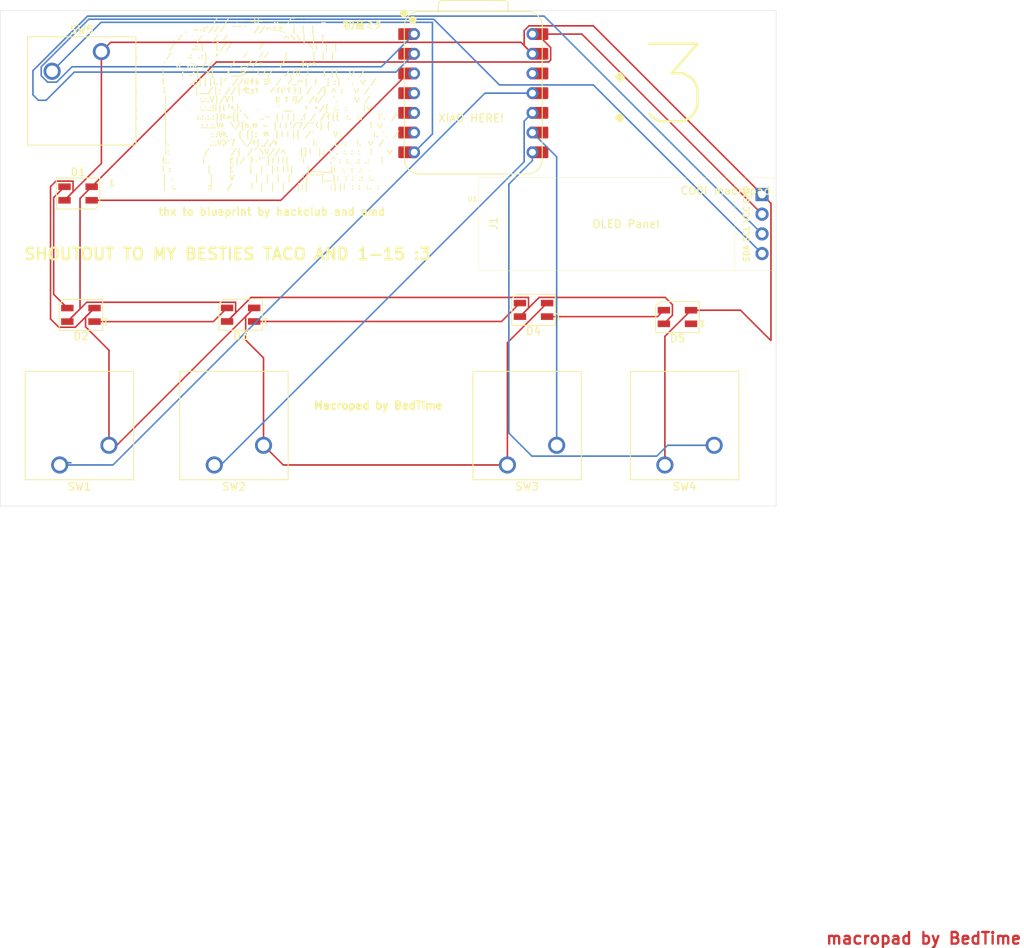
<source format=kicad_pcb>
(kicad_pcb (version 20241229) (generator "pcbnew") (generator_version "9.0")
  (layers (0 "F.Cu" signal) (2 "B.Cu" signal) (13 "F.Paste" user) (15 "B.Paste" user) (5 "F.SilkS" user "F.Silkscreen") (7 "B.SilkS" user "B.Silkscreen") (1 "F.Mask" user) (3 "B.Mask" user) (25 "Edge.Cuts" user))
  (net 0 "")
  (net 1 "GND")
  (net 2 "+5V")
  (net 3 "Net-(D1-DIN)")
  (net 4 "Net-(D1-DOUT)")
  (net 5 "Net-(D2-DOUT)")
  (net 6 "Net-(U1-GPIO3{slash}MOSI)")
  (net 7 "Net-(U1-GPIO4{slash}MISO)")
  (net 8 "Net-(U1-GPIO2{slash}SCK)")
  (net 9 "Net-(U1-GPIO1{slash}RX)")
  (net 10 "Net-(U1-GPIO0{slash}TX)")
  (net 16 "Net-(D3-DOUT)")
  (net 17 "Net-(D4-DOUT)")
  (net 18 "Net-(J1-Pin_4)")
  (net 19 "Net-(J1-Pin_3)")
  (footprint "Button_Switch_Keyboard:SW_Cherry_MX_1.00u_PCB" (layer "F.Cu") (at 89.38 128.08 180)
    (property "Reference" "SW1" (at -2.54 -2.794 0) (layer "F.SilkS"))
    (property "Value" "SW_Push")
    (fp_line (start 4.445 12.065) (end -9.525 12.065) (stroke (width 0.12)) (layer "F.SilkS"))
    (fp_line (start 4.445 -1.905) (end 4.445 12.065) (stroke (width 0.12)) (layer "F.SilkS"))
    (fp_line (start -9.525 12.065) (end -9.525 -1.905) (stroke (width 0.12)) (layer "F.SilkS"))
    (fp_line (start -9.525 -1.905) (end 4.445 -1.905) (stroke (width 0.12)) (layer "F.SilkS"))
    (pad "" np_thru_hole circle (at -7.62 5.08 180) (size 1.7 1.7) (drill 1.7) (layers "*.Cu" "*.Mask"))
    (pad "" np_thru_hole circle (at -2.54 5.08 180) (size 4 4) (drill 4) (layers "*.Cu" "*.Mask"))
    (pad "" np_thru_hole circle (at 2.54 5.08 180) (size 1.7 1.7) (drill 1.7) (layers "*.Cu" "*.Mask"))
    (pad "1" thru_hole circle (at 0 0 180) (size 2.2 2.2) (drill 1.5) (layers "*.Cu" "*.Mask") (net 6 "Net-(U1-GPIO3{slash}MOSI)"))
    (pad "2" thru_hole circle (at -6.35 2.54 180) (size 2.2 2.2) (drill 1.5) (layers "*.Cu" "*.Mask") (net 1 "GND"))
  )
  (footprint "Button_Switch_Keyboard:SW_Cherry_MX_1.00u_PCB" (layer "F.Cu") (at 109.3 128.08 180)
    (property "Reference" "SW2" (at -2.54 -2.794 0) (layer "F.SilkS"))
    (property "Value" "SW_Push")
    (fp_line (start 4.445 12.065) (end -9.525 12.065) (stroke (width 0.12)) (layer "F.SilkS"))
    (fp_line (start 4.445 -1.905) (end 4.445 12.065) (stroke (width 0.12)) (layer "F.SilkS"))
    (fp_line (start -9.525 12.065) (end -9.525 -1.905) (stroke (width 0.12)) (layer "F.SilkS"))
    (fp_line (start -9.525 -1.905) (end 4.445 -1.905) (stroke (width 0.12)) (layer "F.SilkS"))
    (pad "" np_thru_hole circle (at -7.62 5.08 180) (size 1.7 1.7) (drill 1.7) (layers "*.Cu" "*.Mask"))
    (pad "" np_thru_hole circle (at -2.54 5.08 180) (size 4 4) (drill 4) (layers "*.Cu" "*.Mask"))
    (pad "" np_thru_hole circle (at 2.54 5.08 180) (size 1.7 1.7) (drill 1.7) (layers "*.Cu" "*.Mask"))
    (pad "1" thru_hole circle (at 0 0 180) (size 2.2 2.2) (drill 1.5) (layers "*.Cu" "*.Mask") (net 7 "Net-(U1-GPIO4{slash}MISO)"))
    (pad "2" thru_hole circle (at -6.35 2.54 180) (size 2.2 2.2) (drill 1.5) (layers "*.Cu" "*.Mask") (net 1 "GND"))
  )
  (footprint "display:SSD1306-0.91-OLED-4pin-128x32" (layer "F.Cu") (at 143.4 91.01)
    (property "Reference" "J1" (at 1.9 5.91 90) (layer "F.SilkS"))
    (property "Value" "Conn_01x04")
    (fp_line (start 0 0) (end 0 12) (stroke (width 0.04)) (layer "F.SilkS"))
    (fp_line (start 0 12) (end 38 12) (stroke (width 0.04)) (layer "F.SilkS"))
    (fp_line (start 3.5 0) (end 3.5 12) (stroke (width 0.04)) (layer "F.SilkS"))
    (fp_line (start 33 0) (end 33 12) (stroke (width 0.04)) (layer "F.SilkS"))
    (fp_line (start 38 0) (end 0 0) (stroke (width 0.04)) (layer "F.SilkS"))
    (fp_line (start 38 12) (end 38 0) (stroke (width 0.04)) (layer "F.SilkS"))
    (fp_text user "OLED Panel" (at 19 6 0) (layer "F.SilkS"))
    (fp_text user "VCC" (at 34.5 4.73 90) (layer "F.SilkS") (effects (font (size 0.75 0.75))))
    (fp_text user "SDA" (at 34.5 9.81 90) (layer "F.SilkS") (effects (font (size 0.75 0.75))))
    (fp_text user "SCL" (at 34.5 7.27 90) (layer "F.SilkS") (effects (font (size 0.75 0.75))))
    (fp_text user "GND" (at 34.5 2.19 90) (layer "F.SilkS") (effects (font (size 0.75 0.75))))
    (pad "1" thru_hole rect (at 36.5 2.19) (size 1.7 1.7) (drill 1) (layers "*.Cu" "*.Mask") (net 1 "GND"))
    (pad "2" thru_hole oval (at 36.5 4.73) (size 1.7 1.7) (drill 1) (layers "*.Cu" "*.Mask") (net 2 "+5V"))
    (pad "3" thru_hole oval (at 36.5 7.27) (size 1.7 1.7) (drill 1) (layers "*.Cu" "*.Mask") (net 19 "Net-(J1-Pin_3)"))
    (pad "4" thru_hole oval (at 36.5 9.81) (size 1.7 1.7) (drill 1) (layers "*.Cu" "*.Mask") (net 18 "Net-(J1-Pin_4)"))
  )
  (footprint "LED_SMD:LED_SK6812MINI_PLCC4_3.5x3.5mm_P1.75mm" (layer "F.Cu") (at 92.1175 108.71875 180)
    (property "Reference" "D2" (at 0 -2.75 0) (layer "F.SilkS"))
    (property "Value" "SK6812MINI")
    (fp_line (start 2.8 1.4) (end 2.8 -2) (stroke (width 0.12)) (layer "F.SilkS"))
    (fp_line (start 2.8 1.4) (end 2.2 2) (stroke (width 0.12)) (layer "F.SilkS"))
    (fp_line (start -2.8 2) (end 2.2 2) (stroke (width 0.12)) (layer "F.SilkS"))
    (fp_line (start -2.8 -2) (end 2.8 -2) (stroke (width 0.12)) (layer "F.SilkS"))
    (fp_line (start -2.8 -2) (end -2.8 2) (stroke (width 0.12)) (layer "F.SilkS"))
    (fp_text user "1" (at -3.2 -0.875 180) (layer "F.SilkS") (effects (font (size 0.8 0.8))))
    (pad "1" smd rect (at -1.75 -0.875 180) (size 1.6 0.85) (layers "F.Cu" "F.Mask" "F.Paste") (net 5 "Net-(D2-DOUT)"))
    (pad "2" smd rect (at -1.75 0.875 180) (size 1.6 0.85) (layers "F.Cu" "F.Mask" "F.Paste") (net 1 "GND"))
    (pad "3" smd rect (at 1.75 0.875 180) (size 1.6 0.85) (layers "F.Cu" "F.Mask" "F.Paste") (net 4 "Net-(D1-DOUT)"))
    (pad "4" smd rect (at 1.75 -0.875 180) (size 1.6 0.85) (layers "F.Cu" "F.Mask" "F.Paste") (net 2 "+5V"))
  )
  (footprint "LED_SMD:LED_SK6812MINI_PLCC4_3.5x3.5mm_P1.75mm" (layer "F.Cu") (at 112.7 108.7 180)
    (property "Reference" "D3" (at 0 -2.75 0) (layer "F.SilkS"))
    (property "Value" "SK6812MINI")
    (fp_line (start 2.8 1.4) (end 2.8 -2) (stroke (width 0.12)) (layer "F.SilkS"))
    (fp_line (start 2.8 1.4) (end 2.2 2) (stroke (width 0.12)) (layer "F.SilkS"))
    (fp_line (start -2.8 2) (end 2.2 2) (stroke (width 0.12)) (layer "F.SilkS"))
    (fp_line (start -2.8 -2) (end 2.8 -2) (stroke (width 0.12)) (layer "F.SilkS"))
    (fp_line (start -2.8 -2) (end -2.8 2) (stroke (width 0.12)) (layer "F.SilkS"))
    (fp_text user "1" (at -3.2 -0.875 180) (layer "F.SilkS") (effects (font (size 0.8 0.8))))
    (pad "1" smd rect (at -1.75 -0.875 180) (size 1.6 0.85) (layers "F.Cu" "F.Mask" "F.Paste") (net 16 "Net-(D3-DOUT)"))
    (pad "2" smd rect (at -1.75 0.875 180) (size 1.6 0.85) (layers "F.Cu" "F.Mask" "F.Paste") (net 1 "GND"))
    (pad "3" smd rect (at 1.75 0.875 180) (size 1.6 0.85) (layers "F.Cu" "F.Mask" "F.Paste") (net 5 "Net-(D2-DOUT)"))
    (pad "4" smd rect (at 1.75 -0.875 180) (size 1.6 0.85) (layers "F.Cu" "F.Mask" "F.Paste") (net 2 "+5V"))
  )
  (footprint "LED_SMD:LED_SK6812MINI_PLCC4_3.5x3.5mm_P1.75mm" (layer "F.Cu") (at 169 109 180)
    (property "Reference" "D5" (at 0 -2.75 0) (layer "F.SilkS"))
    (property "Value" "SK6812MINI")
    (fp_line (start 2.8 1.4) (end 2.8 -2) (stroke (width 0.12)) (layer "F.SilkS"))
    (fp_line (start 2.8 1.4) (end 2.2 2) (stroke (width 0.12)) (layer "F.SilkS"))
    (fp_line (start -2.8 2) (end 2.2 2) (stroke (width 0.12)) (layer "F.SilkS"))
    (fp_line (start -2.8 -2) (end 2.8 -2) (stroke (width 0.12)) (layer "F.SilkS"))
    (fp_line (start -2.8 -2) (end -2.8 2) (stroke (width 0.12)) (layer "F.SilkS"))
    (fp_text user "1" (at -3.2 -0.875 180) (layer "F.SilkS") (effects (font (size 0.8 0.8))))
    (pad "1" smd rect (at -1.75 -0.875 180) (size 1.6 0.85) (layers "F.Cu" "F.Mask" "F.Paste"))
    (pad "2" smd rect (at -1.75 0.875 180) (size 1.6 0.85) (layers "F.Cu" "F.Mask" "F.Paste") (net 1 "GND"))
    (pad "3" smd rect (at 1.75 0.875 180) (size 1.6 0.85) (layers "F.Cu" "F.Mask" "F.Paste") (net 17 "Net-(D4-DOUT)"))
    (pad "4" smd rect (at 1.75 -0.875 180) (size 1.6 0.85) (layers "F.Cu" "F.Mask" "F.Paste") (net 2 "+5V"))
  )
  (footprint "Button_Switch_Keyboard:SW_Cherry_MX_1.00u_PCB" (layer "F.Cu") (at 147.08 128.08 180)
    (property "Reference" "SW3" (at -2.54 -2.794 0) (layer "F.SilkS"))
    (property "Value" "SW_Push")
    (fp_line (start 4.445 12.065) (end -9.525 12.065) (stroke (width 0.12)) (layer "F.SilkS"))
    (fp_line (start 4.445 -1.905) (end 4.445 12.065) (stroke (width 0.12)) (layer "F.SilkS"))
    (fp_line (start -9.525 12.065) (end -9.525 -1.905) (stroke (width 0.12)) (layer "F.SilkS"))
    (fp_line (start -9.525 -1.905) (end 4.445 -1.905) (stroke (width 0.12)) (layer "F.SilkS"))
    (pad "" np_thru_hole circle (at -7.62 5.08 180) (size 1.7 1.7) (drill 1.7) (layers "*.Cu" "*.Mask"))
    (pad "" np_thru_hole circle (at -2.54 5.08 180) (size 4 4) (drill 4) (layers "*.Cu" "*.Mask"))
    (pad "" np_thru_hole circle (at 2.54 5.08 180) (size 1.7 1.7) (drill 1.7) (layers "*.Cu" "*.Mask"))
    (pad "1" thru_hole circle (at 0 0 180) (size 2.2 2.2) (drill 1.5) (layers "*.Cu" "*.Mask") (net 1 "GND"))
    (pad "2" thru_hole circle (at -6.35 2.54 180) (size 2.2 2.2) (drill 1.5) (layers "*.Cu" "*.Mask") (net 8 "Net-(U1-GPIO2{slash}SCK)"))
  )
  (footprint "LED_SMD:LED_SK6812MINI_PLCC4_3.5x3.5mm_P1.75mm" (layer "F.Cu") (at 150.45 108.075 180)
    (property "Reference" "D4" (at 0 -2.75 0) (layer "F.SilkS"))
    (property "Value" "SK6812MINI")
    (fp_line (start 2.8 1.4) (end 2.8 -2) (stroke (width 0.12)) (layer "F.SilkS"))
    (fp_line (start 2.8 1.4) (end 2.2 2) (stroke (width 0.12)) (layer "F.SilkS"))
    (fp_line (start -2.8 2) (end 2.2 2) (stroke (width 0.12)) (layer "F.SilkS"))
    (fp_line (start -2.8 -2) (end 2.8 -2) (stroke (width 0.12)) (layer "F.SilkS"))
    (fp_line (start -2.8 -2) (end -2.8 2) (stroke (width 0.12)) (layer "F.SilkS"))
    (fp_text user "1" (at -3.2 -0.875 180) (layer "F.SilkS") (effects (font (size 0.8 0.8))))
    (pad "1" smd rect (at -1.75 -0.875 180) (size 1.6 0.85) (layers "F.Cu" "F.Mask" "F.Paste") (net 17 "Net-(D4-DOUT)"))
    (pad "2" smd rect (at -1.75 0.875 180) (size 1.6 0.85) (layers "F.Cu" "F.Mask" "F.Paste") (net 1 "GND"))
    (pad "3" smd rect (at 1.75 0.875 180) (size 1.6 0.85) (layers "F.Cu" "F.Mask" "F.Paste") (net 16 "Net-(D3-DOUT)"))
    (pad "4" smd rect (at 1.75 -0.875 180) (size 1.6 0.85) (layers "F.Cu" "F.Mask" "F.Paste") (net 2 "+5V"))
  )
  (footprint "OPL:XIAO-RP2040-DIP" (layer "F.Cu") (at 142.685 80.135)
    (property "Reference" "U1" (at -0.125 13.65 0) (layer "F.SilkS") (effects (font (size 0.635 0.635) (thickness 0.1016))))
    (property "Value" "XIAO-RP2040-DIP")
    (fp_line (start -8.89 8.509) (end -8.89 -8.636) (stroke (width 0.127)) (layer "F.SilkS"))
    (fp_line (start -6.985 10.414) (end 6.985 10.414) (stroke (width 0.127)) (layer "F.SilkS"))
    (fp_line (start -4.495 -10.541) (end -4.491272 -11.451272) (stroke (width 0.127)) (layer "F.SilkS"))
    (fp_line (start -3.991272 -11.951) (end 4.004 -11.951) (stroke (width 0.127)) (layer "F.SilkS"))
    (fp_line (start 4.504 -11.451) (end 4.504 -10.541) (stroke (width 0.127)) (layer "F.SilkS"))
    (fp_line (start 6.985 -10.541) (end -6.985 -10.541) (stroke (width 0.1)) (layer "F.SilkS"))
    (fp_line (start 6.985 -10.541) (end -6.985 -10.541) (stroke (width 0.127)) (layer "F.SilkS"))
    (fp_line (start 8.89 8.509) (end 8.89 -8.636) (stroke (width 0.127)) (layer "F.SilkS"))
    (fp_arc (start -8.89 -8.636) (mid -8.332038 -9.983038) (end -6.985 -10.541) (stroke (width 0.127)) (layer "F.SilkS"))
    (fp_arc (start -6.985 10.414) (mid -8.332038 9.856038) (end -8.89 8.509) (stroke (width 0.127)) (layer "F.SilkS"))
    (fp_arc (start -4.491272 -11.451272) (mid -4.344728 -11.80464) (end -3.991272 -11.951) (stroke (width 0.127)) (layer "F.SilkS"))
    (fp_arc (start 4.004 -11.951) (mid 4.357553 -11.804553) (end 4.504 -11.451) (stroke (width 0.127)) (layer "F.SilkS"))
    (fp_arc (start 6.985 -10.541) (mid 8.332038 -9.983038) (end 8.89 -8.636) (stroke (width 0.127)) (layer "F.SilkS"))
    (fp_arc (start 8.89 8.509) (mid 8.332038 9.856038) (end 6.985 10.414) (stroke (width 0.127)) (layer "F.SilkS"))
    (fp_circle (center -8.95 -10.3) (end -8.95 -10.554) (stroke (width 0.5)) (fill yes) (layer "F.SilkS"))
    (fp_circle (center -7.807 -9.42) (end -7.807 -9.674) (stroke (width 0.5)) (fill yes) (layer "F.SilkS"))
    (pad "1" smd roundrect (at -8.455 -7.62 180) (size 2.432 1.524) (layers "F.Cu" "F.Mask") (roundrect_rratio 0.1) (net 18 "Net-(J1-Pin_4)"))
    (pad "1" thru_hole circle (at -7.62 -7.62 180) (size 1.524 1.524) (drill 0.889) (layers "*.Cu" "*.Mask") (net 18 "Net-(J1-Pin_4)"))
    (pad "2" smd roundrect (at -8.455 -5.08 180) (size 2.432 1.524) (layers "F.Cu" "F.Mask") (roundrect_rratio 0.1) (net 19 "Net-(J1-Pin_3)"))
    (pad "2" thru_hole circle (at -7.62 -5.08 180) (size 1.524 1.524) (drill 0.889) (layers "*.Cu" "*.Mask") (net 19 "Net-(J1-Pin_3)"))
    (pad "3" smd roundrect (at -8.455 -2.54 180) (size 2.432 1.524) (layers "F.Cu" "F.Mask") (roundrect_rratio 0.1) (net 3 "Net-(D1-DIN)"))
    (pad "3" thru_hole circle (at -7.62 -2.54 180) (size 1.524 1.524) (drill 0.889) (layers "*.Cu" "*.Mask") (net 3 "Net-(D1-DIN)"))
    (pad "4" smd roundrect (at -8.455 0 180) (size 2.432 1.524) (layers "F.Cu" "F.Mask") (roundrect_rratio 0.1))
    (pad "4" thru_hole circle (at -7.62 0 180) (size 1.524 1.524) (drill 0.889) (layers "*.Cu" "*.Mask"))
    (pad "5" smd roundrect (at -8.455 2.54 180) (size 2.432 1.524) (layers "F.Cu" "F.Mask") (roundrect_rratio 0.1))
    (pad "5" thru_hole circle (at -7.62 2.54 180) (size 1.524 1.524) (drill 0.889) (layers "*.Cu" "*.Mask"))
    (pad "6" smd roundrect (at -8.455 5.08 180) (size 2.432 1.524) (layers "F.Cu" "F.Mask") (roundrect_rratio 0.1))
    (pad "6" thru_hole circle (at -7.62 5.08 180) (size 1.524 1.524) (drill 0.889) (layers "*.Cu" "*.Mask"))
    (pad "7" smd roundrect (at -8.455 7.62 180) (size 2.432 1.524) (layers "F.Cu" "F.Mask") (roundrect_rratio 0.1) (net 10 "Net-(U1-GPIO0{slash}TX)"))
    (pad "7" thru_hole circle (at -7.62 7.62 180) (size 1.524 1.524) (drill 0.889) (layers "*.Cu" "*.Mask") (net 10 "Net-(U1-GPIO0{slash}TX)"))
    (pad "8" thru_hole circle (at 7.62 7.62) (size 1.524 1.524) (drill 0.889) (layers "*.Cu" "*.Mask") (net 9 "Net-(U1-GPIO1{slash}RX)"))
    (pad "8" smd roundrect (at 8.455 7.62) (size 2.432 1.524) (layers "F.Cu" "F.Mask") (roundrect_rratio 0.1) (net 9 "Net-(U1-GPIO1{slash}RX)"))
    (pad "9" thru_hole circle (at 7.62 5.08) (size 1.524 1.524) (drill 0.889) (layers "*.Cu" "*.Mask") (net 8 "Net-(U1-GPIO2{slash}SCK)"))
    (pad "9" smd roundrect (at 8.455 5.08) (size 2.432 1.524) (layers "F.Cu" "F.Mask") (roundrect_rratio 0.1) (net 8 "Net-(U1-GPIO2{slash}SCK)"))
    (pad "10" thru_hole circle (at 7.62 2.54) (size 1.524 1.524) (drill 0.889) (layers "*.Cu" "*.Mask") (net 7 "Net-(U1-GPIO4{slash}MISO)"))
    (pad "10" smd roundrect (at 8.455 2.54) (size 2.432 1.524) (layers "F.Cu" "F.Mask") (roundrect_rratio 0.1) (net 7 "Net-(U1-GPIO4{slash}MISO)"))
    (pad "11" thru_hole circle (at 7.62 0) (size 1.524 1.524) (drill 0.889) (layers "*.Cu" "*.Mask") (net 6 "Net-(U1-GPIO3{slash}MOSI)"))
    (pad "11" smd roundrect (at 8.455 0) (size 2.432 1.524) (layers "F.Cu" "F.Mask") (roundrect_rratio 0.1) (net 6 "Net-(U1-GPIO3{slash}MOSI)"))
    (pad "12" thru_hole circle (at 7.62 -2.54) (size 1.524 1.524) (drill 0.889) (layers "*.Cu" "*.Mask"))
    (pad "12" smd roundrect (at 8.455 -2.54) (size 2.432 1.524) (layers "F.Cu" "F.Mask") (roundrect_rratio 0.1))
    (pad "13" thru_hole circle (at 7.62 -5.08) (size 1.524 1.524) (drill 0.889) (layers "*.Cu" "*.Mask") (net 1 "GND"))
    (pad "13" smd roundrect (at 8.455 -5.08) (size 2.432 1.524) (layers "F.Cu" "F.Mask") (roundrect_rratio 0.1) (net 1 "GND"))
    (pad "14" thru_hole circle (at 7.62 -7.62) (size 1.524 1.524) (drill 0.889) (layers "*.Cu" "*.Mask") (net 2 "+5V"))
    (pad "14" smd roundrect (at 8.455 -7.62) (size 2.432 1.524) (layers "F.Cu" "F.Mask") (roundrect_rratio 0.1) (net 2 "+5V"))
  )
  (footprint "Button_Switch_Keyboard:SW_Cherry_MX_1.00u_PCB" (layer "F.Cu") (at 167.38 128.08 180)
    (property "Reference" "SW4" (at -2.54 -2.794 0) (layer "F.SilkS"))
    (property "Value" "SW_Push")
    (fp_line (start 4.445 12.065) (end -9.525 12.065) (stroke (width 0.12)) (layer "F.SilkS"))
    (fp_line (start 4.445 -1.905) (end 4.445 12.065) (stroke (width 0.12)) (layer "F.SilkS"))
    (fp_line (start -9.525 12.065) (end -9.525 -1.905) (stroke (width 0.12)) (layer "F.SilkS"))
    (fp_line (start -9.525 -1.905) (end 4.445 -1.905) (stroke (width 0.12)) (layer "F.SilkS"))
    (pad "" np_thru_hole circle (at -7.62 5.08 180) (size 1.7 1.7) (drill 1.7) (layers "*.Cu" "*.Mask"))
    (pad "" np_thru_hole circle (at -2.54 5.08 180) (size 4 4) (drill 4) (layers "*.Cu" "*.Mask"))
    (pad "" np_thru_hole circle (at 2.54 5.08 180) (size 1.7 1.7) (drill 1.7) (layers "*.Cu" "*.Mask"))
    (pad "1" thru_hole circle (at 0 0 180) (size 2.2 2.2) (drill 1.5) (layers "*.Cu" "*.Mask") (net 1 "GND"))
    (pad "2" thru_hole circle (at -6.35 2.54 180) (size 2.2 2.2) (drill 1.5) (layers "*.Cu" "*.Mask") (net 9 "Net-(U1-GPIO1{slash}RX)"))
  )
  (footprint "LED_SMD:LED_SK6812MINI_PLCC4_3.5x3.5mm_P1.75mm" (layer "F.Cu") (at 91.75 93.075)
    (property "Reference" "D1" (at 0 -2.75 0) (layer "F.SilkS"))
    (property "Value" "SK6812MINI")
    (fp_line (start -2.8 -2) (end -2.8 2) (stroke (width 0.12)) (layer "F.SilkS"))
    (fp_line (start -2.8 -2) (end 2.8 -2) (stroke (width 0.12)) (layer "F.SilkS"))
    (fp_line (start -2.8 2) (end 2.2 2) (stroke (width 0.12)) (layer "F.SilkS"))
    (fp_line (start 2.8 1.4) (end 2.2 2) (stroke (width 0.12)) (layer "F.SilkS"))
    (fp_line (start 2.8 1.4) (end 2.8 -2) (stroke (width 0.12)) (layer "F.SilkS"))
    (fp_text user "1" (at 4.35 -1.375 0) (layer "F.SilkS") (effects (font (size 0.8 0.8))))
    (pad "1" smd rect (at -1.75 -0.875) (size 1.6 0.85) (layers "F.Cu" "F.Mask" "F.Paste") (net 4 "Net-(D1-DOUT)"))
    (pad "2" smd rect (at -1.75 0.875) (size 1.6 0.85) (layers "F.Cu" "F.Mask" "F.Paste") (net 1 "GND"))
    (pad "3" smd rect (at 1.75 0.875) (size 1.6 0.85) (layers "F.Cu" "F.Mask" "F.Paste") (net 3 "Net-(D1-DIN)"))
    (pad "4" smd rect (at 1.75 -0.875) (size 1.6 0.85) (layers "F.Cu" "F.Mask" "F.Paste") (net 2 "+5V"))
  )
  (footprint "Button_Switch_Keyboard:SW_Cherry_MX_1.00u_PCB" (layer "F.Cu") (at 94.7525 74.77)
    (property "Reference" "SW5" (at -2.54 -2.794 0) (layer "F.SilkS"))
    (property "Value" "SW_Push")
    (fp_line (start -9.525 -1.905) (end 4.445 -1.905) (stroke (width 0.12)) (layer "F.SilkS"))
    (fp_line (start -9.525 12.065) (end -9.525 -1.905) (stroke (width 0.12)) (layer "F.SilkS"))
    (fp_line (start 4.445 -1.905) (end 4.445 12.065) (stroke (width 0.12)) (layer "F.SilkS"))
    (fp_line (start 4.445 12.065) (end -9.525 12.065) (stroke (width 0.12)) (layer "F.SilkS"))
    (pad "" np_thru_hole circle (at -7.62 5.08) (size 1.7 1.7) (drill 1.7) (layers "*.Cu" "*.Mask"))
    (pad "" np_thru_hole circle (at -2.54 5.08) (size 4 4) (drill 4) (layers "*.Cu" "*.Mask"))
    (pad "" np_thru_hole circle (at 2.54 5.08) (size 1.7 1.7) (drill 1.7) (layers "*.Cu" "*.Mask"))
    (pad "1" thru_hole circle (at 0 0) (size 2.2 2.2) (drill 1.5) (layers "*.Cu" "*.Mask") (net 1 "GND"))
    (pad "2" thru_hole circle (at -6.35 2.54) (size 2.2 2.2) (drill 1.5) (layers "*.Cu" "*.Mask") (net 10 "Net-(U1-GPIO0{slash}TX)"))
  )
  (gr_rect (start 81.71 69.485) (end 181.71 133.385) (stroke (width 0.05)) (fill no) (layer "Edge.Cuts"))
  (gr_text "macropad by BedTime" (at 188 190 0) (layer "F.Cu") (effects (font (size 1.5 1.5) (thickness 0.3) (bold yes)) (justify left bottom)))
  (gr_text "Macropad by BedTime" (at 122 121 0) (layer "F.SilkS") (effects (font (size 1 1) (thickness 0.25) (bold yes)) (justify left bottom)))
  (gr_text "　　　　　　 　 　 　 　 /　/　,　-‐─‐- ..__／'￣｀ 　 ＿\n　　　　　　　　 ,　-‐ｧ′/／／　￣￣｀　//⌒＝ミ,　| | |\n　　　　　 　 ／　　./　 / ／　　　　　　　　　 ⌒＼＼| | |\n　　　　　　/　　　.::| 　｛//　　　　 ／　　　　　　　 ＼ｉ | |\n.　　　　　/　　 .:　.:|　〃　　　　／　 ／／　　 j 　 　 | | |\n　　　　　′　 .:　.::｣_//　　　／ ,_／／〃　　 /　　　i∨ハ\n　　　　 i　　　:　.:|　Y{　　〃__彡'＾く／/　　//ii　i 　 ! |(　 ∨ /\n　　　　 !　　 　 .::|||l.|｢　//ｨﾃそk 彡 /　／_⌒|　!　 j :| ｀.　∨ /\n.　　 　 i　　　　　|__/|: //|弋ｚｿ　　／イｯ'てトJ /　/} ハ :　 ∨ /\n.　　 　 |　　　 　 :.:.V|/V｜　　　　　　　ヒ ｿ ﾉj/　/ｨ/　 '.　　 ∨ /\n.　　 　 |　　　 　 :.:.:!i|l「ﾍ.ﾄ,　　 ､　　　' __　　〃 〃/{　:.　:　　 i∨\n.　　 　 |　　　　　:.:.:.:|!ﾏ={{ ＼　 ＿ｰ‐ |ｉｉ| .ｲ / /イ{｛　:.　:.　　 i'.　/\n.　　 　 |　　　　　 :.:.:.Vﾊ　＼/{h.ﾏﾊ - |ｉｉ｢／7/^'くj {　 　 　 　 i ∨\n.　　 　 |　　　　　 　 :.:Vﾊ.　 { {|:　ﾏﾊ　|ｉｉ|{　/'　 　 V:　　　　　 i. '.　/\n　 　 　 !.　　　　　　　.:.V＞'7　＼/ﾏ|,//ﾊ　　 　 　 i:　　　:. :　 i.　∨ /\n　 　 　 i:　　　　　　/　　　 /|　/＾＼V//ハ 　 []｜ |: : .　: : :　 i 　 ∨\n　　　　 !:.　　　　　 i 　 　 ￡|/ 》‐｢＾}ｉｉi|　　ｉ　　　　,^ : :. .: .:　　i\n　　　　 i :　　 　 　 |　　　￡ 　 |　|　|ｉｉi|　　|＿＿__ji　:. : .:　.\n　　　　 | :　　 　 　 |　　 V　 　 |　|　|　|　 ｢|￣￣[_,|:　: : .:　:.\n　　　　 | :.　　　 　 :! 　 /　　　｜ |　|　|　 |:|　　 　:||i　: :　:.　:" (at 99 81.5 0) (layer "F.SilkS") (effects (font (size 0.7 0.7) (thickness 0.125)) (justify left)))
  (gr_text ":3" (at 159 85 0) (layer "F.SilkS") (effects (font (size 10 10) (thickness 0.3) (bold yes)) (justify left bottom)))
  (gr_text "CO0l macropad" (at 169.3 93.3 0) (layer "F.SilkS") (effects (font (size 1 1)) (justify left bottom)))
  (gr_text "XIAO HERE!" (at 138.075 83.95 0) (layer "F.SilkS") (effects (font (size 1 1)) (justify left bottom)))
  (gr_text "SHOUTOUT TO MY BESTIES TACO AND 1-15 :3" (at 111 100 0) (layer "F.SilkS") (effects (font (size 1.5 1.5) (thickness 0.3) (bold yes)) (justify top)))
  (gr_text " 初音ミク　　" (at 125 72 0) (layer "F.SilkS") (effects (font (size 1 1)) (justify left bottom)))
  (gr_text "thx to blueprint by hackclub and amd" (at 102 96 0) (layer "F.SilkS") (effects (font (size 1 1) (thickness 0.2) (bold yes)) (justify left bottom)))
  (segment (start 158.152 71.452) (end 149.86469 71.452) (width 0.2) (layer "F.Cu") (net 1))
  (segment (start 91.101 92.849) (end 90 93.95) (width 0.2) (layer "F.Cu") (net 1))
  (segment (start 115.65 114.275) (end 115.65 125.54) (width 0.2) (layer "F.Cu") (net 1))
  (segment (start 113.349 111.974) (end 115.65 114.275) (width 0.2) (layer "F.Cu") (net 1))
  (segment (start 95.73 125.54) (end 95.73 113.28325) (width 0.2) (layer "F.Cu") (net 1))
  (segment (start 147.08 112.32) (end 147.08 128.08) (width 0.2) (layer "F.Cu") (net 1))
  (segment (start 93.8675 107.84375) (end 91.3915 110.31975) (width 0.2) (layer "F.Cu") (net 1))
  (segment (start 92.71125 110.2645) (end 92.71125 109) (width 0.2) (layer "F.Cu") (net 1))
  (segment (start 115.65 125.54) (end 118.19 128.08) (width 0.2) (layer "F.Cu") (net 1))
  (segment (start 181 112) (end 181.051 111.949) (width 0.2) (layer "F.Cu") (net 1))
  (segment (start 118.19 128.08) (end 147.08 128.08) (width 0.2) (layer "F.Cu") (net 1))
  (segment (start 177.125 108.125) (end 181 112) (width 0.2) (layer "F.Cu") (net 1))
  (segment (start 88.198 109.25125) (end 88.198 92.175) (width 0.2) (layer "F.Cu") (net 1))
  (segment (start 88.899 91.474) (end 91.101 91.474) (width 0.2) (layer "F.Cu") (net 1))
  (segment (start 95.73 113.28325) (end 92.71125 110.2645) (width 0.2) (layer "F.Cu") (net 1))
  (segment (start 181.051 94.351) (end 179.9 93.2) (width 0.2) (layer "F.Cu") (net 1))
  (segment (start 94.7525 74.77) (end 95.9445 73.578) (width 0.2) (layer "F.Cu") (net 1))
  (segment (start 91.3915 110.31975) (end 89.2665 110.31975) (width 0.2) (layer "F.Cu") (net 1))
  (segment (start 167.25 127.95) (end 167.38 128.08) (width 0.2) (layer "F.Cu") (net 1))
  (segment (start 149.242 73.992) (end 150.305 75.055) (width 0.2) (layer "F.Cu") (net 1))
  (segment (start 113.349 108.926) (end 113.349 111.974) (width 0.2) (layer "F.Cu") (net 1))
  (segment (start 96.735 125.54) (end 95.73 125.54) (width 0.2) (layer "F.Cu") (net 1))
  (segment (start 181.051 111.949) (end 181.051 94.351) (width 0.2) (layer "F.Cu") (net 1))
  (segment (start 152.2 107.2) (end 147.08 112.32) (width 0.2) (layer "F.Cu") (net 1))
  (segment (start 92.71125 109) (end 93.8675 107.84375) (width 0.2) (layer "F.Cu") (net 1))
  (segment (start 170.75 108.125) (end 177.125 108.125) (width 0.2) (layer "F.Cu") (net 1))
  (segment (start 94.7525 74.77) (end 94.7525 89.1975) (width 0.2) (layer "F.Cu") (net 1))
  (segment (start 167.38 111.495) (end 167.38 128.08) (width 0.2) (layer "F.Cu") (net 1))
  (segment (start 149.86469 71.452) (end 149.242 72.07469) (width 0.2) (layer "F.Cu") (net 1))
  (segment (start 114.45 107.825) (end 96.735 125.54) (width 0.2) (layer "F.Cu") (net 1))
  (segment (start 170.75 108.125) (end 167.38 111.495) (width 0.2) (layer "F.Cu") (net 1))
  (segment (start 148.828 73.578) (end 150.305 75.055) (width 0.2) (layer "F.Cu") (net 1))
  (segment (start 179.9 93.2) (end 158.152 71.452) (width 0.2) (layer "F.Cu") (net 1))
  (segment (start 95.9445 73.578) (end 148.828 73.578) (width 0.2) (layer "F.Cu") (net 1))
  (segment (start 94.7525 89.1975) (end 90 93.95) (width 0.2) (layer "F.Cu") (net 1))
  (segment (start 89.2665 110.31975) (end 88.198 109.25125) (width 0.2) (layer "F.Cu") (net 1))
  (segment (start 88.198 92.175) (end 88.899 91.474) (width 0.2) (layer "F.Cu") (net 1))
  (segment (start 91.101 91.474) (end 91.101 92.849) (width 0.2) (layer "F.Cu") (net 1))
  (segment (start 114.625 108) (end 114.45 107.825) (width 0.2) (layer "F.Cu") (net 1))
  (segment (start 149.242 72.07469) (end 149.242 73.992) (width 0.2) (layer "F.Cu") (net 1))
  (segment (start 114.45 107.825) (end 113.349 108.926) (width 0.2) (layer "F.Cu") (net 1))
  (segment (start 168.351 108.774) (end 167.25 109.875) (width 0.2) (layer "F.Cu") (net 2))
  (segment (start 168.351 107.399) (end 168.351 108.774) (width 0.2) (layer "F.Cu") (net 2))
  (segment (start 167.426 106.474) (end 168.351 107.399) (width 0.2) (layer "F.Cu") (net 2))
  (segment (start 149.801 106.474) (end 149.801 107.849) (width 0.2) (layer "F.Cu") (net 2))
  (segment (start 92 107.96125) (end 90.3675 109.59375) (width 0.2) (layer "F.Cu") (net 2))
  (segment (start 112.051 108.474) (end 110.95 109.575) (width 0.2) (layer "F.Cu") (net 2))
  (segment (start 149.801 107.849) (end 148.7 108.95) (width 0.2) (layer "F.Cu") (net 2))
  (segment (start 148.7 108.95) (end 151.176 106.474) (width 0.2) (layer "F.Cu") (net 2))
  (segment (start 150.918626 72.515) (end 150.305 72.515) (width 0.2) (layer "F.Cu") (net 2))
  (segment (start 92 93.7) (end 92 107.96125) (width 0.2) (layer "F.Cu") (net 2))
  (segment (start 156.675 72.515) (end 150.305 72.515) (width 0.2) (layer "F.Cu") (net 2))
  (segment (start 114.051 106.474) (end 149.801 106.474) (width 0.2) (layer "F.Cu") (net 2))
  (segment (start 93.5 92.2) (end 109.582 76.118) (width 0.2) (layer "F.Cu") (net 2))
  (segment (start 110.95 109.575) (end 114.051 106.474) (width 0.2) (layer "F.Cu") (net 2))
  (segment (start 152.657 74.253374) (end 150.918626 72.515) (width 0.2) (layer "F.Cu") (net 2))
  (segment (start 92.86225 107.099) (end 112.051 107.099) (width 0.2) (layer "F.Cu") (net 2))
  (segment (start 152.657 75.856626) (end 152.657 74.253374) (width 0.2) (layer "F.Cu") (net 2))
  (segment (start 152.395626 76.118) (end 152.657 75.856626) (width 0.2) (layer "F.Cu") (net 2))
  (segment (start 93.5 92.2) (end 92 93.7) (width 0.2) (layer "F.Cu") (net 2))
  (segment (start 179.9 95.74) (end 156.675 72.515) (width 0.2) (layer "F.Cu") (net 2))
  (segment (start 151.176 106.474) (end 167.426 106.474) (width 0.2) (layer "F.Cu") (net 2))
  (segment (start 90.3675 109.59375) (end 92.86225 107.099) (width 0.2) (layer "F.Cu") (net 2))
  (segment (start 112.051 107.099) (end 112.051 108.474) (width 0.2) (layer "F.Cu") (net 2))
  (segment (start 109.582 76.118) (end 152.395626 76.118) (width 0.2) (layer "F.Cu") (net 2))
  (segment (start 117.875 93.95) (end 134.23 77.595) (width 0.2) (layer "F.Cu") (net 3))
  (segment (start 93.5 93.95) (end 117.875 93.95) (width 0.2) (layer "F.Cu") (net 3))
  (segment (start 90.3675 107.84375) (end 88.599 106.07525) (width 0.2) (layer "F.Cu") (net 4))
  (segment (start 88.599 93.601) (end 90 92.2) (width 0.2) (layer "F.Cu") (net 4))
  (segment (start 88.599 106.07525) (end 88.599 93.601) (width 0.2) (layer "F.Cu") (net 4))
  (segment (start 93.8675 109.59375) (end 109.18125 109.59375) (width 0.2) (layer "F.Cu") (net 5))
  (segment (start 109.18125 109.59375) (end 110.95 107.825) (width 0.2) (layer "F.Cu") (net 5))
  (segment (start 89.38 128.08) (end 96.24331 128.08) (width 0.2) (layer "B.Cu") (net 6))
  (segment (start 89.99 127.7925) (end 90.83153 127.7925) (width 0.2) (layer "B.Cu") (net 6))
  (segment (start 144.18831 80.135) (end 150.305 80.135) (width 0.2) (layer "B.Cu") (net 6))
  (segment (start 96.24331 128.08) (end 144.18831 80.135) (width 0.2) (layer "B.Cu") (net 6))
  (segment (start 110.14153 128.08) (end 149.242 88.97953) (width 0.2) (layer "B.Cu") (net 7))
  (segment (start 109.3 128.08) (end 110.14153 128.08) (width 0.2) (layer "B.Cu") (net 7))
  (segment (start 149.242 88.97953) (end 149.242 83.738) (width 0.2) (layer "B.Cu") (net 7))
  (segment (start 149.242 83.738) (end 150.305 82.675) (width 0.2) (layer "B.Cu") (net 7))
  (segment (start 153.43 125.54) (end 153.43 88.34) (width 0.2) (layer "B.Cu") (net 8))
  (segment (start 153.43 88.34) (end 150.305 85.215) (width 0.2) (layer "B.Cu") (net 8))
  (segment (start 147.269 91.86863) (end 150.305 88.83263) (width 0.2) (layer "B.Cu") (net 9))
  (segment (start 166.329 126.941) (end 150.236184 126.941) (width 0.2) (layer "B.Cu") (net 9))
  (segment (start 150.236184 126.941) (end 147.269 123.973816) (width 0.2) (layer "B.Cu") (net 9))
  (segment (start 147.269 123.973816) (end 147.269 91.86863) (width 0.2) (layer "B.Cu") (net 9))
  (segment (start 150.305 88.83263) (end 150.305 87.755) (width 0.2) (layer "B.Cu") (net 9))
  (segment (start 167.73 125.54) (end 166.329 126.941) (width 0.2) (layer "B.Cu") (net 9))
  (segment (start 173.73 125.54) (end 167.73 125.54) (width 0.2) (layer "B.Cu") (net 9))
  (segment (start 88.4025 77.31) (end 94.7125 71) (width 0.2) (layer "B.Cu") (net 10))
  (segment (start 94.7125 71) (end 137.42 71) (width 0.2) (layer "B.Cu") (net 10))
  (segment (start 137.42 71) (end 137.42 85.4) (width 0.2) (layer "B.Cu") (net 10))
  (segment (start 137.42 85.4) (end 135.065 87.755) (width 0.2) (layer "B.Cu") (net 10))
  (segment (start 146.325 109.575) (end 148.7 107.2) (width 0.2) (layer "F.Cu") (net 16))
  (segment (start 114.45 109.575) (end 146.325 109.575) (width 0.2) (layer "F.Cu") (net 16))
  (segment (start 152.2 108.95) (end 166.425 108.95) (width 0.2) (layer "F.Cu") (net 17))
  (segment (start 166.425 108.95) (end 167.25 108.125) (width 0.2) (layer "F.Cu") (net 17))
  (segment (start 93.132186 70.599) (end 87.0015 76.729686) (width 0.2) (layer "B.Cu") (net 18))
  (segment (start 87.822186 78.711) (end 88.982814 78.711) (width 0.2) (layer "B.Cu") (net 18))
  (segment (start 137.5861 70.599) (end 93.132186 70.599) (width 0.2) (layer "B.Cu") (net 18))
  (segment (start 88.982814 78.711) (end 90.964128 76.729686) (width 0.2) (layer "B.Cu") (net 18))
  (segment (start 87.0015 77.890314) (end 87.822186 78.711) (width 0.2) (layer "B.Cu") (net 18))
  (segment (start 90.964128 76.729686) (end 130.850314 76.729686) (width 0.2) (layer "B.Cu") (net 18))
  (segment (start 130.850314 76.729686) (end 135.065 72.515) (width 0.2) (layer "B.Cu") (net 18))
  (segment (start 146.0591 79.072) (end 137.5861 70.599) (width 0.2) (layer "B.Cu") (net 18))
  (segment (start 179.9 100.82) (end 158.152 79.072) (width 0.2) (layer "B.Cu") (net 18))
  (segment (start 87.0015 76.729686) (end 87.0015 77.890314) (width 0.2) (layer "B.Cu") (net 18))
  (segment (start 158.152 79.072) (end 146.0591 79.072) (width 0.2) (layer "B.Cu") (net 18))
  (segment (start 92.966086 70.198) (end 85.9315 77.232586) (width 0.2) (layer "B.Cu") (net 19))
  (segment (start 85.9315 77.232586) (end 85.9315 80.34747) (width 0.2) (layer "B.Cu") (net 19))
  (segment (start 85.9315 80.34747) (end 86.63503 81.051) (width 0.2) (layer "B.Cu") (net 19))
  (segment (start 132.702 77.418) (end 135.065 75.055) (width 0.2) (layer "B.Cu") (net 19))
  (segment (start 86.63503 81.051) (end 87.62997 81.051) (width 0.2) (layer "B.Cu") (net 19))
  (segment (start 179.9 98.28) (end 151.818 70.198) (width 0.2) (layer "B.Cu") (net 19))
  (segment (start 87.62997 81.051) (end 91.26297 77.418) (width 0.2) (layer "B.Cu") (net 19))
  (segment (start 151.818 70.198) (end 92.966086 70.198) (width 0.2) (layer "B.Cu") (net 19))
  (segment (start 91.26297 77.418) (end 132.702 77.418) (width 0.2) (layer "B.Cu") (net 19))
)
</source>
